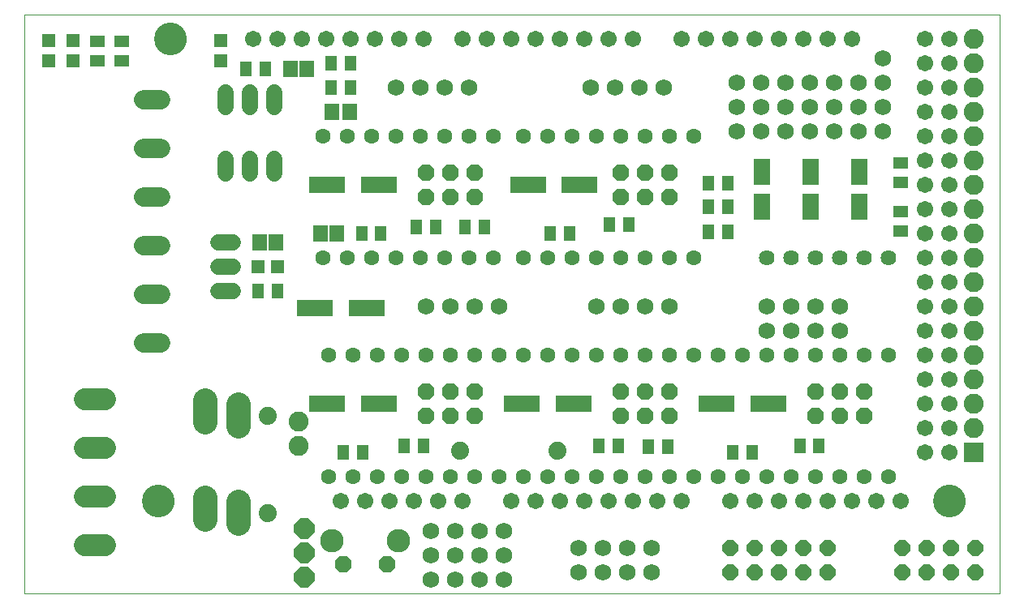
<source format=gts>
G75*
G70*
%OFA0B0*%
%FSLAX24Y24*%
%IPPOS*%
%LPD*%
%AMOC8*
5,1,8,0,0,1.08239X$1,22.5*
%
%ADD10C,0.0000*%
%ADD11R,0.0513X0.0631*%
%ADD12R,0.0710X0.1104*%
%ADD13C,0.0680*%
%ADD14C,0.0680*%
%ADD15C,0.0740*%
%ADD16C,0.0671*%
%ADD17C,0.1340*%
%ADD18R,0.0552X0.0552*%
%ADD19R,0.1458X0.0710*%
%ADD20C,0.0789*%
%ADD21OC8,0.0680*%
%ADD22OC8,0.0840*%
%ADD23C,0.0986*%
%ADD24C,0.0905*%
%ADD25C,0.0640*%
%ADD26OC8,0.0640*%
%ADD27C,0.0631*%
%ADD28R,0.0820X0.0820*%
%ADD29C,0.0820*%
%ADD30R,0.0592X0.0671*%
%ADD31R,0.0592X0.0710*%
%ADD32C,0.0965*%
%ADD33R,0.0631X0.0513*%
D10*
X001260Y000847D02*
X041317Y000847D01*
X041317Y024655D01*
X001260Y024655D01*
X001260Y000847D01*
X006130Y004659D02*
X006132Y004709D01*
X006138Y004759D01*
X006148Y004808D01*
X006162Y004856D01*
X006179Y004903D01*
X006200Y004948D01*
X006225Y004992D01*
X006253Y005033D01*
X006285Y005072D01*
X006319Y005109D01*
X006356Y005143D01*
X006396Y005173D01*
X006438Y005200D01*
X006482Y005224D01*
X006528Y005245D01*
X006575Y005261D01*
X006623Y005274D01*
X006673Y005283D01*
X006722Y005288D01*
X006773Y005289D01*
X006823Y005286D01*
X006872Y005279D01*
X006921Y005268D01*
X006969Y005253D01*
X007015Y005235D01*
X007060Y005213D01*
X007103Y005187D01*
X007144Y005158D01*
X007183Y005126D01*
X007219Y005091D01*
X007251Y005053D01*
X007281Y005013D01*
X007308Y004970D01*
X007331Y004926D01*
X007350Y004880D01*
X007366Y004832D01*
X007378Y004783D01*
X007386Y004734D01*
X007390Y004684D01*
X007390Y004634D01*
X007386Y004584D01*
X007378Y004535D01*
X007366Y004486D01*
X007350Y004438D01*
X007331Y004392D01*
X007308Y004348D01*
X007281Y004305D01*
X007251Y004265D01*
X007219Y004227D01*
X007183Y004192D01*
X007144Y004160D01*
X007103Y004131D01*
X007060Y004105D01*
X007015Y004083D01*
X006969Y004065D01*
X006921Y004050D01*
X006872Y004039D01*
X006823Y004032D01*
X006773Y004029D01*
X006722Y004030D01*
X006673Y004035D01*
X006623Y004044D01*
X006575Y004057D01*
X006528Y004073D01*
X006482Y004094D01*
X006438Y004118D01*
X006396Y004145D01*
X006356Y004175D01*
X006319Y004209D01*
X006285Y004246D01*
X006253Y004285D01*
X006225Y004326D01*
X006200Y004370D01*
X006179Y004415D01*
X006162Y004462D01*
X006148Y004510D01*
X006138Y004559D01*
X006132Y004609D01*
X006130Y004659D01*
X006630Y023659D02*
X006632Y023709D01*
X006638Y023759D01*
X006648Y023808D01*
X006662Y023856D01*
X006679Y023903D01*
X006700Y023948D01*
X006725Y023992D01*
X006753Y024033D01*
X006785Y024072D01*
X006819Y024109D01*
X006856Y024143D01*
X006896Y024173D01*
X006938Y024200D01*
X006982Y024224D01*
X007028Y024245D01*
X007075Y024261D01*
X007123Y024274D01*
X007173Y024283D01*
X007222Y024288D01*
X007273Y024289D01*
X007323Y024286D01*
X007372Y024279D01*
X007421Y024268D01*
X007469Y024253D01*
X007515Y024235D01*
X007560Y024213D01*
X007603Y024187D01*
X007644Y024158D01*
X007683Y024126D01*
X007719Y024091D01*
X007751Y024053D01*
X007781Y024013D01*
X007808Y023970D01*
X007831Y023926D01*
X007850Y023880D01*
X007866Y023832D01*
X007878Y023783D01*
X007886Y023734D01*
X007890Y023684D01*
X007890Y023634D01*
X007886Y023584D01*
X007878Y023535D01*
X007866Y023486D01*
X007850Y023438D01*
X007831Y023392D01*
X007808Y023348D01*
X007781Y023305D01*
X007751Y023265D01*
X007719Y023227D01*
X007683Y023192D01*
X007644Y023160D01*
X007603Y023131D01*
X007560Y023105D01*
X007515Y023083D01*
X007469Y023065D01*
X007421Y023050D01*
X007372Y023039D01*
X007323Y023032D01*
X007273Y023029D01*
X007222Y023030D01*
X007173Y023035D01*
X007123Y023044D01*
X007075Y023057D01*
X007028Y023073D01*
X006982Y023094D01*
X006938Y023118D01*
X006896Y023145D01*
X006856Y023175D01*
X006819Y023209D01*
X006785Y023246D01*
X006753Y023285D01*
X006725Y023326D01*
X006700Y023370D01*
X006679Y023415D01*
X006662Y023462D01*
X006648Y023510D01*
X006638Y023559D01*
X006632Y023609D01*
X006630Y023659D01*
X038630Y004659D02*
X038632Y004709D01*
X038638Y004759D01*
X038648Y004808D01*
X038662Y004856D01*
X038679Y004903D01*
X038700Y004948D01*
X038725Y004992D01*
X038753Y005033D01*
X038785Y005072D01*
X038819Y005109D01*
X038856Y005143D01*
X038896Y005173D01*
X038938Y005200D01*
X038982Y005224D01*
X039028Y005245D01*
X039075Y005261D01*
X039123Y005274D01*
X039173Y005283D01*
X039222Y005288D01*
X039273Y005289D01*
X039323Y005286D01*
X039372Y005279D01*
X039421Y005268D01*
X039469Y005253D01*
X039515Y005235D01*
X039560Y005213D01*
X039603Y005187D01*
X039644Y005158D01*
X039683Y005126D01*
X039719Y005091D01*
X039751Y005053D01*
X039781Y005013D01*
X039808Y004970D01*
X039831Y004926D01*
X039850Y004880D01*
X039866Y004832D01*
X039878Y004783D01*
X039886Y004734D01*
X039890Y004684D01*
X039890Y004634D01*
X039886Y004584D01*
X039878Y004535D01*
X039866Y004486D01*
X039850Y004438D01*
X039831Y004392D01*
X039808Y004348D01*
X039781Y004305D01*
X039751Y004265D01*
X039719Y004227D01*
X039683Y004192D01*
X039644Y004160D01*
X039603Y004131D01*
X039560Y004105D01*
X039515Y004083D01*
X039469Y004065D01*
X039421Y004050D01*
X039372Y004039D01*
X039323Y004032D01*
X039273Y004029D01*
X039222Y004030D01*
X039173Y004035D01*
X039123Y004044D01*
X039075Y004057D01*
X039028Y004073D01*
X038982Y004094D01*
X038938Y004118D01*
X038896Y004145D01*
X038856Y004175D01*
X038819Y004209D01*
X038785Y004246D01*
X038753Y004285D01*
X038725Y004326D01*
X038700Y004370D01*
X038679Y004415D01*
X038662Y004462D01*
X038648Y004510D01*
X038638Y004559D01*
X038632Y004609D01*
X038630Y004659D01*
D11*
X033904Y006909D03*
X033116Y006909D03*
X031154Y006659D03*
X030366Y006659D03*
X027679Y006884D03*
X026891Y006884D03*
X025654Y006909D03*
X024866Y006909D03*
X017654Y006909D03*
X016866Y006909D03*
X015154Y006659D03*
X014366Y006659D03*
X011654Y013284D03*
X010866Y013284D03*
X015116Y015659D03*
X015904Y015659D03*
X017366Y015909D03*
X018154Y015909D03*
X019366Y015909D03*
X020154Y015909D03*
X022866Y015659D03*
X023654Y015659D03*
X025306Y016008D03*
X026094Y016008D03*
X029366Y015704D03*
X030154Y015704D03*
X030154Y016742D03*
X029366Y016742D03*
X029366Y017722D03*
X030154Y017722D03*
X014654Y021659D03*
X013866Y021659D03*
X013866Y022659D03*
X014654Y022659D03*
X011154Y022409D03*
X010366Y022409D03*
D12*
X031560Y018178D03*
X033560Y018178D03*
X035560Y018178D03*
X035560Y016760D03*
X033560Y016760D03*
X031560Y016760D03*
D13*
X031510Y019847D03*
X032510Y019847D03*
X033510Y019847D03*
X034510Y019847D03*
X035510Y019847D03*
X036510Y019847D03*
X036510Y020847D03*
X036510Y021847D03*
X035510Y021847D03*
X034510Y021847D03*
X033510Y021847D03*
X032510Y021847D03*
X031510Y021847D03*
X030510Y021847D03*
X030510Y020847D03*
X031510Y020847D03*
X032510Y020847D03*
X033510Y020847D03*
X034510Y020847D03*
X035510Y020847D03*
X036510Y022847D03*
X030510Y019847D03*
X027510Y021659D03*
X026510Y021659D03*
X025510Y021659D03*
X024510Y021659D03*
X019510Y021659D03*
X018510Y021659D03*
X017510Y021659D03*
X016510Y021659D03*
X017760Y012659D03*
X018760Y012659D03*
X019760Y012659D03*
X020760Y012659D03*
X024760Y012659D03*
X025760Y012659D03*
X026760Y012659D03*
X027760Y012659D03*
X031760Y012659D03*
X032760Y012659D03*
X033760Y012659D03*
X034760Y012659D03*
X034760Y011659D03*
X033760Y011659D03*
X032760Y011659D03*
X031760Y011659D03*
X020947Y003409D03*
X019947Y003409D03*
X018947Y003409D03*
X017947Y003409D03*
X017947Y002409D03*
X018947Y002409D03*
X019947Y002409D03*
X020947Y002409D03*
X020947Y001409D03*
X019947Y001409D03*
X018947Y001409D03*
X017947Y001409D03*
X024010Y001722D03*
X025010Y001722D03*
X026010Y001722D03*
X027010Y001722D03*
X027010Y002722D03*
X026010Y002722D03*
X025010Y002722D03*
X024010Y002722D03*
D14*
X009810Y013284D02*
X009210Y013284D01*
X009210Y014284D02*
X009810Y014284D01*
X009810Y015284D02*
X009210Y015284D01*
X009510Y018109D02*
X009510Y018709D01*
X010510Y018709D02*
X010510Y018109D01*
X011510Y018109D02*
X011510Y018709D01*
X011510Y020859D02*
X011510Y021459D01*
X010510Y021459D02*
X010510Y020859D01*
X009510Y020859D02*
X009510Y021459D01*
D15*
X011260Y008159D03*
X011260Y004159D03*
X019170Y006710D03*
X023170Y006710D03*
D16*
X023260Y004659D03*
X024260Y004659D03*
X025260Y004659D03*
X026260Y004659D03*
X027260Y004659D03*
X028260Y004659D03*
X030260Y004659D03*
X031260Y004659D03*
X032260Y004659D03*
X033260Y004659D03*
X034260Y004659D03*
X035260Y004659D03*
X036260Y004659D03*
X037260Y004659D03*
X038260Y006659D03*
X039260Y006659D03*
X039260Y007659D03*
X038260Y007659D03*
X038260Y008659D03*
X039260Y008659D03*
X039260Y009659D03*
X038260Y009659D03*
X038260Y010659D03*
X039260Y010659D03*
X039260Y011659D03*
X038260Y011659D03*
X038260Y012659D03*
X039260Y012659D03*
X039260Y013659D03*
X038260Y013659D03*
X038260Y014659D03*
X039260Y014659D03*
X039260Y015659D03*
X038260Y015659D03*
X038260Y016659D03*
X039260Y016659D03*
X039260Y017659D03*
X038260Y017659D03*
X038260Y018659D03*
X039260Y018659D03*
X039260Y019659D03*
X038260Y019659D03*
X038260Y020659D03*
X039260Y020659D03*
X039260Y021659D03*
X038260Y021659D03*
X038260Y022659D03*
X039260Y022659D03*
X039260Y023659D03*
X038260Y023659D03*
X035260Y023659D03*
X034260Y023659D03*
X033260Y023659D03*
X032260Y023659D03*
X031260Y023659D03*
X030260Y023659D03*
X029260Y023659D03*
X028260Y023659D03*
X026260Y023659D03*
X025260Y023659D03*
X024260Y023659D03*
X023260Y023659D03*
X022260Y023659D03*
X021260Y023659D03*
X020260Y023659D03*
X019260Y023659D03*
X017660Y023659D03*
X016660Y023659D03*
X015660Y023659D03*
X014660Y023659D03*
X013660Y023659D03*
X012660Y023659D03*
X011660Y023659D03*
X010660Y023659D03*
X014260Y004659D03*
X015260Y004659D03*
X016260Y004659D03*
X017260Y004659D03*
X018260Y004659D03*
X019260Y004659D03*
X021260Y004659D03*
X022260Y004659D03*
D17*
X006760Y004659D03*
X007260Y023659D03*
X039260Y004659D03*
D18*
X011673Y014284D03*
X010846Y014284D03*
X009322Y022746D03*
X009322Y023573D03*
X003260Y023573D03*
X002260Y023573D03*
X002260Y022746D03*
X003260Y022746D03*
D19*
X013697Y017659D03*
X015823Y017659D03*
X021947Y017659D03*
X024073Y017659D03*
X015323Y012597D03*
X013197Y012597D03*
X013697Y008659D03*
X015823Y008659D03*
X021697Y008659D03*
X023823Y008659D03*
X029697Y008659D03*
X031823Y008659D03*
D20*
X006864Y011159D02*
X006156Y011159D01*
X006156Y013159D02*
X006864Y013159D01*
X006864Y015159D02*
X006156Y015159D01*
X006156Y017159D02*
X006864Y017159D01*
X006864Y019159D02*
X006156Y019159D01*
X006156Y021159D02*
X006864Y021159D01*
D21*
X017760Y018159D03*
X018760Y018159D03*
X019760Y018159D03*
X019760Y017159D03*
X018760Y017159D03*
X017760Y017159D03*
X025760Y017159D03*
X026760Y017159D03*
X027760Y017159D03*
X027760Y018159D03*
X026760Y018159D03*
X025760Y018159D03*
X025760Y009159D03*
X026760Y009159D03*
X027760Y009159D03*
X027760Y008159D03*
X026760Y008159D03*
X025760Y008159D03*
X019760Y008159D03*
X018760Y008159D03*
X017760Y008159D03*
X017760Y009159D03*
X018760Y009159D03*
X019760Y009159D03*
X016150Y002044D03*
X014370Y002044D03*
X033760Y008159D03*
X034760Y008159D03*
X035760Y008159D03*
X035760Y009159D03*
X034760Y009159D03*
X033760Y009159D03*
D22*
X012760Y003534D03*
X012760Y002524D03*
X012760Y001524D03*
D23*
X010072Y003706D02*
X010072Y004612D01*
X008697Y004799D02*
X008697Y003894D01*
X008697Y007894D02*
X008697Y008799D01*
X010072Y008612D02*
X010072Y007706D01*
D24*
X004547Y006847D02*
X003722Y006847D01*
X003722Y004847D02*
X004547Y004847D01*
X004547Y002847D02*
X003722Y002847D01*
X003722Y008847D02*
X004547Y008847D01*
D25*
X031760Y014659D03*
X032760Y014659D03*
X033760Y014659D03*
X034760Y014659D03*
X035760Y014659D03*
X036760Y014659D03*
D26*
X037322Y002722D03*
X038322Y002722D03*
X039322Y002722D03*
X040322Y002722D03*
X040322Y001722D03*
X039322Y001722D03*
X038322Y001722D03*
X037322Y001722D03*
X034260Y001722D03*
X033260Y001722D03*
X032260Y001722D03*
X031260Y001722D03*
X030260Y001722D03*
X030260Y002722D03*
X031260Y002722D03*
X032260Y002722D03*
X033260Y002722D03*
X034260Y002722D03*
D27*
X034760Y005659D03*
X033760Y005659D03*
X032760Y005659D03*
X031760Y005659D03*
X030760Y005659D03*
X029760Y005659D03*
X028760Y005659D03*
X027760Y005659D03*
X026760Y005659D03*
X025760Y005659D03*
X024760Y005659D03*
X023760Y005659D03*
X022760Y005659D03*
X021760Y005659D03*
X020760Y005659D03*
X019760Y005659D03*
X018760Y005659D03*
X017760Y005659D03*
X016760Y005659D03*
X015760Y005659D03*
X014760Y005659D03*
X013760Y005659D03*
X013760Y010659D03*
X014760Y010659D03*
X015760Y010659D03*
X016760Y010659D03*
X017760Y010659D03*
X018760Y010659D03*
X019760Y010659D03*
X020760Y010659D03*
X021760Y010659D03*
X022760Y010659D03*
X023760Y010659D03*
X024760Y010659D03*
X025760Y010659D03*
X026760Y010659D03*
X027760Y010659D03*
X028760Y010659D03*
X029760Y010659D03*
X030760Y010659D03*
X031760Y010659D03*
X032760Y010659D03*
X033760Y010659D03*
X034760Y010659D03*
X035760Y010659D03*
X036760Y010659D03*
X036760Y005659D03*
X035760Y005659D03*
X028760Y014659D03*
X027760Y014659D03*
X026760Y014659D03*
X025760Y014659D03*
X024760Y014659D03*
X023760Y014659D03*
X022760Y014659D03*
X021760Y014659D03*
X020510Y014659D03*
X019510Y014659D03*
X018510Y014659D03*
X017510Y014659D03*
X016510Y014659D03*
X015510Y014659D03*
X014510Y014659D03*
X013510Y014659D03*
X013510Y019659D03*
X014510Y019659D03*
X015510Y019659D03*
X016510Y019659D03*
X017510Y019659D03*
X018510Y019659D03*
X019510Y019659D03*
X020510Y019659D03*
X021760Y019659D03*
X022760Y019659D03*
X023760Y019659D03*
X024760Y019659D03*
X025760Y019659D03*
X026760Y019659D03*
X027760Y019659D03*
X028760Y019659D03*
D28*
X040260Y006659D03*
D29*
X040260Y007659D03*
X040260Y008659D03*
X040260Y009659D03*
X040260Y010659D03*
X040260Y011659D03*
X040260Y012659D03*
X040260Y013659D03*
X040260Y014659D03*
X040260Y015659D03*
X040260Y016659D03*
X040260Y017659D03*
X040260Y018659D03*
X040260Y019659D03*
X040260Y020659D03*
X040260Y021659D03*
X040260Y022659D03*
X040260Y023659D03*
X012510Y007909D03*
X012510Y006909D03*
D30*
X011594Y015284D03*
X010925Y015284D03*
X013425Y015659D03*
X014094Y015659D03*
X012844Y022409D03*
X012175Y022409D03*
D31*
X013886Y020659D03*
X014634Y020659D03*
D32*
X013880Y003024D03*
X016640Y003024D03*
D33*
X037260Y015765D03*
X037260Y016553D03*
X037260Y017765D03*
X037260Y018553D03*
X005260Y022765D03*
X005260Y023553D03*
X004260Y023553D03*
X004260Y022765D03*
M02*

</source>
